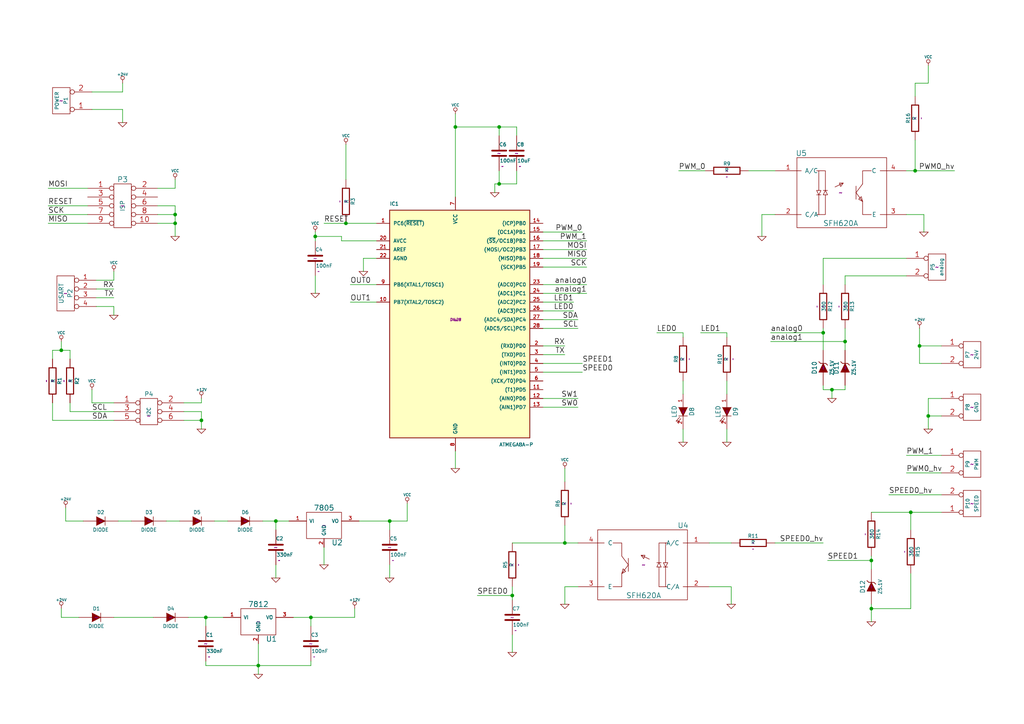
<source format=kicad_sch>
(kicad_sch (version 20231120) (generator "eeschema") (generator_version "8.0")
  (paper "A4")
  (title_block (date "17 may 2015"))
  (junction (at 245.11 99.06))
  (junction (at 113.03 151.13))
  (junction (at 163.83 157.48))
  (junction (at 17.78 101.6))
  (junction (at 100.33 64.77))
  (junction (at 264.16 148.59))
  (junction (at 252.73 176.53))
  (junction (at 175.26 -40.64))
  (junction (at 90.17 179.07))
  (junction (at 144.78 36.83))
  (junction (at 392.43 185.42))
  (junction (at 74.93 193.04))
  (junction (at 354.33 185.42))
  (junction (at 50.8 62.23))
  (junction (at 58.42 121.92))
  (junction (at 252.73 162.56))
  (junction (at 265.43 49.53))
  (junction (at 266.7 100.33))
  (junction (at 80.01 151.13))
  (junction (at 148.59 172.72))
  (junction (at 354.33 170.18))
  (junction (at 91.44 68.58))
  (junction (at 407.67 156.21))
  (junction (at 369.57 156.21))
  (junction (at 241.3 113.03))
  (junction (at 144.78 53.34))
  (junction (at 238.76 96.52))
  (junction (at 132.08 36.83))
  (junction (at 269.24 120.65))
  (junction (at 50.8 64.77))
  (junction (at 392.43 170.18))
  (junction (at 59.69 179.07))
  (wire (pts (xy 93.98 163.83) (xy 93.98 158.75)))
  (wire (pts (xy 191.77 -38.1) (xy 201.93 -38.1)))
  (wire (pts (xy 354.33 185.42) (xy 354.33 187.96)))
  (wire (pts (xy 53.34 116.84) (xy 58.42 116.84)))
  (wire (pts (xy 407.67 156.21) (xy 392.43 156.21)))
  (wire (pts (xy 261.62 -6.35) (xy 271.78 -6.35)))
  (wire (pts (xy 105.41 74.93) (xy 105.41 78.74)))
  (wire (pts (xy 163.83 100.33) (xy 157.48 100.33)))
  (wire (pts (xy 143.51 53.34) (xy 143.51 55.88)))
  (wire (pts (xy 177.8 -22.86) (xy 177.8 -27.94)))
  (wire (pts (xy 26.67 113.03) (xy 26.67 116.84)))
  (wire (pts (xy 157.48 115.57) (xy 167.64 115.57)))
  (wire (pts (xy 45.72 64.77) (xy 50.8 64.77)))
  (wire (pts (xy 269.24 24.13) (xy 265.43 24.13)))
  (wire (pts (xy 170.18 82.55) (xy 157.48 82.55)))
  (wire (pts (xy 109.22 74.93) (xy 105.41 74.93)))
  (wire (pts (xy 143.51 53.34) (xy 144.78 53.34)))
  (wire (pts (xy 392.43 185.42) (xy 392.43 187.96)))
  (wire (pts (xy 91.44 80.01) (xy 91.44 85.09)))
  (wire (pts (xy 163.83 135.89) (xy 163.83 139.7)))
  (wire (pts (xy 219.71 -40.64) (xy 229.87 -40.64)))
  (wire (pts (xy 59.69 193.04) (xy 74.93 193.04)))
  (wire (pts (xy 262.89 49.53) (xy 265.43 49.53)))
  (wire (pts (xy 229.87 -35.56) (xy 227.33 -35.56)))
  (wire (pts (xy 19.05 147.32) (xy 19.05 151.13)))
  (wire (pts (xy 245.11 113.03) (xy 245.11 111.76)))
  (wire (pts (xy 177.8 -27.94) (xy 172.72 -27.94)))
  (wire (pts (xy 90.17 193.04) (xy 90.17 191.77)))
  (wire (pts (xy 265.43 24.13) (xy 265.43 27.94)))
  (wire (pts (xy 238.76 96.52) (xy 238.76 101.6)))
  (wire (pts (xy 392.43 182.88) (xy 392.43 185.42)))
  (wire (pts (xy 74.93 193.04) (xy 90.17 193.04)))
  (wire (pts (xy 407.67 172.72) (xy 407.67 185.42)))
  (wire (pts (xy 273.05 120.65) (xy 269.24 120.65)))
  (wire (pts (xy 118.11 151.13) (xy 118.11 146.05)))
  (wire (pts (xy 369.57 148.59) (xy 369.57 156.21)))
  (wire (pts (xy 99.06 69.85) (xy 109.22 69.85)))
  (wire (pts (xy 157.48 105.41) (xy 168.91 105.41)))
  (wire (pts (xy 168.91 67.31) (xy 157.48 67.31)))
  (wire (pts (xy 252.73 176.53) (xy 252.73 180.34)))
  (wire (pts (xy 50.8 62.23) (xy 50.8 64.77)))
  (wire (pts (xy 170.18 72.39) (xy 157.48 72.39)))
  (wire (pts (xy 90.17 181.61) (xy 90.17 179.07)))
  (wire (pts (xy 15.24 116.84) (xy 15.24 121.92)))
  (wire (pts (xy 74.93 193.04) (xy 74.93 195.58)))
  (wire (pts (xy 264.16 176.53) (xy 264.16 166.37)))
  (wire (pts (xy 80.01 153.67) (xy 80.01 151.13)))
  (wire (pts (xy 54.61 179.07) (xy 59.69 179.07)))
  (wire (pts (xy 379.73 148.59) (xy 379.73 146.05)))
  (wire (pts (xy 224.79 49.53) (xy 217.17 49.53)))
  (wire (pts (xy 130.81 -27.94) (xy 134.62 -27.94)))
  (wire (pts (xy 245.11 80.01) (xy 262.89 80.01)))
  (wire (pts (xy 74.93 186.69) (xy 74.93 193.04)))
  (wire (pts (xy 134.62 -40.64) (xy 127 -40.64)))
  (wire (pts (xy 392.43 170.18) (xy 392.43 168.91)))
  (wire (pts (xy 167.64 118.11) (xy 157.48 118.11)))
  (wire (pts (xy 80.01 151.13) (xy 76.2 151.13)))
  (wire (pts (xy 407.67 156.21) (xy 407.67 160.02)))
  (wire (pts (xy 35.56 35.56) (xy 35.56 31.75)))
  (wire (pts (xy 266.7 105.41) (xy 273.05 105.41)))
  (wire (pts (xy 167.64 95.25) (xy 157.48 95.25)))
  (wire (pts (xy 163.83 170.18) (xy 167.64 170.18)))
  (wire (pts (xy 149.86 36.83) (xy 149.86 39.37)))
  (wire (pts (xy 354.33 170.18) (xy 354.33 168.91)))
  (wire (pts (xy 66.04 151.13) (xy 62.23 151.13)))
  (wire (pts (xy 33.02 81.28) (xy 33.02 78.74)))
  (wire (pts (xy 252.73 176.53) (xy 264.16 176.53)))
  (wire (pts (xy 35.56 31.75) (xy 26.67 31.75)))
  (wire (pts (xy 223.52 99.06) (xy 245.11 99.06)))
  (wire (pts (xy 252.73 148.59) (xy 264.16 148.59)))
  (wire (pts (xy 113.03 167.64) (xy 113.03 163.83)))
  (wire (pts (xy 33.02 91.44) (xy 33.02 88.9)))
  (wire (pts (xy 106.68 -40.64) (xy 114.3 -40.64)))
  (wire (pts (xy 148.59 184.15) (xy 148.59 189.23)))
  (wire (pts (xy 99.06 68.58) (xy 99.06 69.85)))
  (wire (pts (xy 35.56 26.67) (xy 35.56 24.13)))
  (wire (pts (xy 50.8 54.61) (xy 50.8 52.07)))
  (wire (pts (xy 238.76 113.03) (xy 241.3 113.03)))
  (wire (pts (xy 269.24 120.65) (xy 269.24 124.46)))
  (wire (pts (xy 149.86 53.34) (xy 149.86 49.53)))
  (wire (pts (xy 38.1 151.13) (xy 34.29 151.13)))
  (wire (pts (xy 20.32 116.84) (xy 20.32 119.38)))
  (wire (pts (xy 15.24 101.6) (xy 17.78 101.6)))
  (wire (pts (xy 33.02 179.07) (xy 44.45 179.07)))
  (wire (pts (xy 91.44 68.58) (xy 91.44 69.85)))
  (wire (pts (xy 212.09 170.18) (xy 212.09 175.26)))
  (wire (pts (xy 238.76 74.93) (xy 238.76 82.55)))
  (wire (pts (xy 267.97 62.23) (xy 262.89 62.23)))
  (wire (pts (xy 369.57 156.21) (xy 369.57 160.02)))
  (wire (pts (xy 264.16 153.67) (xy 264.16 148.59)))
  (wire (pts (xy 45.72 54.61) (xy 50.8 54.61)))
  (wire (pts (xy 369.57 172.72) (xy 369.57 185.42)))
  (wire (pts (xy 138.43 172.72) (xy 148.59 172.72)))
  (wire (pts (xy 379.73 170.18) (xy 392.43 170.18)))
  (wire (pts (xy 205.74 157.48) (xy 212.09 157.48)))
  (wire (pts (xy 267.97 67.31) (xy 267.97 62.23)))
  (wire (pts (xy 199.39 -35.56) (xy 199.39 -30.48)))
  (wire (pts (xy 265.43 49.53) (xy 265.43 40.64)))
  (wire (pts (xy 269.24 19.05) (xy 269.24 24.13)))
  (wire (pts (xy 163.83 175.26) (xy 163.83 170.18)))
  (wire (pts (xy 144.78 39.37) (xy 144.78 36.83)))
  (wire (pts (xy 85.09 179.07) (xy 90.17 179.07)))
  (wire (pts (xy 210.82 96.52) (xy 210.82 97.79)))
  (wire (pts (xy 17.78 179.07) (xy 22.86 179.07)))
  (wire (pts (xy 265.43 49.53) (xy 276.86 49.53)))
  (wire (pts (xy 91.44 68.58) (xy 99.06 68.58)))
  (wire (pts (xy 168.91 107.95) (xy 157.48 107.95)))
  (wire (pts (xy 58.42 121.92) (xy 53.34 121.92)))
  (wire (pts (xy 157.48 92.71) (xy 167.64 92.71)))
  (wire (pts (xy 241.3 113.03) (xy 241.3 115.57)))
  (wire (pts (xy 26.67 26.67) (xy 35.56 26.67)))
  (wire (pts (xy 102.87 179.07) (xy 102.87 176.53)))
  (wire (pts (xy 157.48 87.63) (xy 166.37 87.63)))
  (wire (pts (xy 157.48 85.09) (xy 170.18 85.09)))
  (wire (pts (xy 227.33 -35.56) (xy 227.33 -30.48)))
  (wire (pts (xy 130.81 -21.59) (xy 130.81 -27.94)))
  (wire (pts (xy 58.42 119.38) (xy 58.42 121.92)))
  (wire (pts (xy 132.08 130.81) (xy 132.08 135.89)))
  (wire (pts (xy 369.57 156.21) (xy 354.33 156.21)))
  (wire (pts (xy 266.7 95.25) (xy 266.7 100.33)))
  (wire (pts (xy 50.8 64.77) (xy 50.8 68.58)))
  (wire (pts (xy 262.89 137.16) (xy 273.05 137.16)))
  (wire (pts (xy 261.62 -11.43) (xy 271.78 -11.43)))
  (wire (pts (xy 369.57 185.42) (xy 354.33 185.42)))
  (wire (pts (xy 201.93 -35.56) (xy 199.39 -35.56)))
  (wire (pts (xy 93.98 64.77) (xy 100.33 64.77)))
  (wire (pts (xy 13.97 54.61) (xy 25.4 54.61)))
  (wire (pts (xy 198.12 96.52) (xy 198.12 97.79)))
  (wire (pts (xy 179.07 -66.04) (xy 175.26 -66.04)))
  (wire (pts (xy 245.11 80.01) (xy 245.11 82.55)))
  (wire (pts (xy 190.5 96.52) (xy 198.12 96.52)))
  (wire (pts (xy 15.24 104.14) (xy 15.24 101.6)))
  (wire (pts (xy 101.6 82.55) (xy 109.22 82.55)))
  (wire (pts (xy 148.59 172.72) (xy 148.59 173.99)))
  (wire (pts (xy 27.94 81.28) (xy 33.02 81.28)))
  (wire (pts (xy 273.05 115.57) (xy 269.24 115.57)))
  (wire (pts (xy 100.33 64.77) (xy 109.22 64.77)))
  (wire (pts (xy 132.08 33.02) (xy 132.08 36.83)))
  (wire (pts (xy 59.69 179.07) (xy 64.77 179.07)))
  (wire (pts (xy 198.12 110.49) (xy 198.12 114.3)))
  (wire (pts (xy 17.78 176.53) (xy 17.78 179.07)))
  (wire (pts (xy 19.05 151.13) (xy 24.13 151.13)))
  (wire (pts (xy 210.82 110.49) (xy 210.82 114.3)))
  (wire (pts (xy 384.81 148.59) (xy 407.67 148.59)))
  (wire (pts (xy 273.05 143.51) (xy 257.81 143.51)))
  (wire (pts (xy 238.76 111.76) (xy 238.76 113.03)))
  (wire (pts (xy 15.24 121.92) (xy 33.02 121.92)))
  (wire (pts (xy 175.26 -40.64) (xy 175.26 -49.53)))
  (wire (pts (xy 33.02 86.36) (xy 27.94 86.36)))
  (wire (pts (xy 238.76 74.93) (xy 262.89 74.93)))
  (wire (pts (xy 369.57 148.59) (xy 379.73 148.59)))
  (wire (pts (xy 240.03 162.56) (xy 252.73 162.56)))
  (wire (pts (xy 148.59 170.18) (xy 148.59 172.72)))
  (wire (pts (xy 157.48 74.93) (xy 170.18 74.93)))
  (wire (pts (xy 245.11 95.25) (xy 245.11 99.06)))
  (wire (pts (xy 220.98 68.58) (xy 220.98 62.23)))
  (wire (pts (xy 104.14 151.13) (xy 113.03 151.13)))
  (wire (pts (xy 109.22 87.63) (xy 101.6 87.63)))
  (wire (pts (xy 203.2 96.52) (xy 210.82 96.52)))
  (wire (pts (xy 80.01 167.64) (xy 80.01 163.83)))
  (wire (pts (xy 172.72 -40.64) (xy 175.26 -40.64)))
  (wire (pts (xy 179.07 -71.12) (xy 179.07 -66.04)))
  (wire (pts (xy 13.97 62.23) (xy 25.4 62.23)))
  (wire (pts (xy 25.4 64.77) (xy 13.97 64.77)))
  (wire (pts (xy 113.03 151.13) (xy 118.11 151.13)))
  (wire (pts (xy 157.48 69.85) (xy 170.18 69.85)))
  (wire (pts (xy 163.83 157.48) (xy 167.64 157.48)))
  (wire (pts (xy 163.83 152.4) (xy 163.83 157.48)))
  (wire (pts (xy 144.78 53.34) (xy 149.86 53.34)))
  (wire (pts (xy 219.71 -38.1) (xy 229.87 -38.1)))
  (wire (pts (xy 45.72 62.23) (xy 50.8 62.23)))
  (wire (pts (xy 170.18 77.47) (xy 157.48 77.47)))
  (wire (pts (xy 132.08 36.83) (xy 132.08 57.15)))
  (wire (pts (xy 252.73 175.26) (xy 252.73 176.53)))
  (wire (pts (xy 205.74 170.18) (xy 212.09 170.18)))
  (wire (pts (xy 241.3 113.03) (xy 245.11 113.03)))
  (wire (pts (xy 238.76 95.25) (xy 238.76 96.52)))
  (wire (pts (xy 17.78 101.6) (xy 20.32 101.6)))
  (wire (pts (xy 132.08 36.83) (xy 144.78 36.83)))
  (wire (pts (xy 53.34 119.38) (xy 58.42 119.38)))
  (wire (pts (xy 33.02 88.9) (xy 27.94 88.9)))
  (wire (pts (xy 266.7 100.33) (xy 273.05 100.33)))
  (wire (pts (xy 384.81 146.05) (xy 384.81 148.59)))
  (wire (pts (xy 26.67 116.84) (xy 33.02 116.84)))
  (wire (pts (xy 83.82 151.13) (xy 80.01 151.13)))
  (wire (pts (xy 354.33 172.72) (xy 354.33 170.18)))
  (wire (pts (xy 90.17 179.07) (xy 102.87 179.07)))
  (wire (pts (xy 50.8 59.69) (xy 50.8 62.23)))
  (wire (pts (xy 59.69 191.77) (xy 59.69 193.04)))
  (wire (pts (xy 58.42 116.84) (xy 58.42 115.57)))
  (wire (pts (xy 266.7 100.33) (xy 266.7 105.41)))
  (wire (pts (xy 20.32 101.6) (xy 20.32 104.14)))
  (wire (pts (xy 52.07 151.13) (xy 48.26 151.13)))
  (wire (pts (xy 220.98 62.23) (xy 224.79 62.23)))
  (wire (pts (xy 59.69 179.07) (xy 59.69 181.61)))
  (wire (pts (xy 198.12 124.46) (xy 198.12 128.27)))
  (wire (pts (xy 58.42 121.92) (xy 58.42 124.46)))
  (wire (pts (xy 341.63 170.18) (xy 354.33 170.18)))
  (wire (pts (xy 269.24 115.57) (xy 269.24 120.65)))
  (wire (pts (xy 148.59 157.48) (xy 163.83 157.48)))
  (wire (pts (xy 91.44 67.31) (xy 91.44 68.58)))
  (wire (pts (xy 245.11 99.06) (xy 245.11 101.6)))
  (wire (pts (xy 210.82 124.46) (xy 210.82 128.27)))
  (wire (pts (xy 223.52 96.52) (xy 238.76 96.52)))
  (wire (pts (xy 224.79 157.48) (xy 238.76 157.48)))
  (wire (pts (xy 407.67 148.59) (xy 407.67 156.21)))
  (wire (pts (xy 354.33 182.88) (xy 354.33 185.42)))
  (wire (pts (xy 175.26 -66.04) (xy 175.26 -62.23)))
  (wire (pts (xy 175.26 -40.64) (xy 201.93 -40.64)))
  (wire (pts (xy 27.94 83.82) (xy 33.02 83.82)))
  (wire (pts (xy 407.67 185.42) (xy 392.43 185.42)))
  (wire (pts (xy 252.73 165.1) (xy 252.73 162.56)))
  (wire (pts (xy 100.33 41.91) (xy 100.33 52.07)))
  (wire (pts (xy 262.89 132.08) (xy 273.05 132.08)))
  (wire (pts (xy 166.37 90.17) (xy 157.48 90.17)))
  (wire (pts (xy 50.8 59.69) (xy 45.72 59.69)))
  (wire (pts (xy 25.4 59.69) (xy 13.97 59.69)))
  (wire (pts (xy 252.73 162.56) (xy 252.73 161.29)))
  (wire (pts (xy 113.03 153.67) (xy 113.03 151.13)))
  (wire (pts (xy 17.78 101.6) (xy 17.78 99.06)))
  (wire (pts (xy 144.78 49.53) (xy 144.78 53.34)))
  (wire (pts (xy 392.43 172.72) (xy 392.43 170.18)))
  (wire (pts (xy 264.16 148.59) (xy 273.05 148.59)))
  (wire (pts (xy 144.78 36.83) (xy 149.86 36.83)))
  (wire (pts (xy 20.32 119.38) (xy 33.02 119.38)))
  (wire (pts (xy 196.85 49.53) (xy 204.47 49.53)))
  (wire (pts (xy 157.48 102.87) (xy 163.83 102.87)))
  (label "MISO" (at 13.97 64.77 0) (effects (font (size 1.524 1.524))))
  (label "analog1" (at 170.18 85.09 180) (effects (font (size 1.524 1.524))))
  (label "OUT1_hv" (at 261.62 -6.35 0) (effects (font (size 1.524 1.524))))
  (label "LED1" (at 203.2 96.52 0) (effects (font (size 1.524 1.524))))
  (label "OUT1_hv" (at 219.71 -38.1 0) (effects (font (size 1.524 1.524))))
  (label "analog0" (at 170.18 82.55 180) (effects (font (size 1.524 1.524))))
  (label "SCL" (at 26.67 119.38 0) (effects (font (size 1.524 1.524))))
  (label "PWM_1" (at 170.18 69.85 180) (effects (font (size 1.524 1.524))))
  (label "OUT0" (at 106.68 -40.64 0) (effects (font (size 1.524 1.524))))
  (label "SPEED0_hv" (at 257.81 143.51 0) (effects (font (size 1.524 1.524))))
  (label "SW1" (at 167.64 115.57 180) (effects (font (size 1.524 1.524))))
  (label "LED0" (at 190.5 96.52 0) (effects (font (size 1.524 1.524))))
  (label "PWM_0" (at 196.85 49.53 0) (effects (font (size 1.524 1.524))))
  (label "TX" (at 33.02 86.36 180) (effects (font (size 1.524 1.524))))
  (label "LED0" (at 166.37 90.17 180) (effects (font (size 1.524 1.524))))
  (label "analog0" (at 223.52 96.52 0) (effects (font (size 1.524 1.524))))
  (label "RESET" (at 93.98 64.77 0) (effects (font (size 1.524 1.524))))
  (label "SPEED0_hv" (at 238.76 157.48 180) (effects (font (size 1.524 1.524))))
  (label "OUT0_hv" (at 191.77 -38.1 0) (effects (font (size 1.524 1.524))))
  (label "PWM0_hv" (at 276.86 49.53 180) (effects (font (size 1.524 1.524))))
  (label "SCL" (at 167.64 95.25 180) (effects (font (size 1.524 1.524))))
  (label "SW0" (at 341.63 170.18 0) (effects (font (size 1.524 1.524))))
  (label "SCK" (at 13.97 62.23 0) (effects (font (size 1.524 1.524))))
  (label "RX" (at 163.83 100.33 180) (effects (font (size 1.524 1.524))))
  (label "OUT0_hv" (at 261.62 -11.43 0) (effects (font (size 1.524 1.524))))
  (label "PWM_0" (at 168.91 67.31 180) (effects (font (size 1.524 1.524))))
  (label "LED1" (at 166.37 87.63 180) (effects (font (size 1.524 1.524))))
  (label "MOSI" (at 170.18 72.39 180) (effects (font (size 1.524 1.524))))
  (label "MOSI" (at 13.97 54.61 0) (effects (font (size 1.524 1.524))))
  (label "MISO" (at 170.18 74.93 180) (effects (font (size 1.524 1.524))))
  (label "PWM_1" (at 262.89 132.08 0) (effects (font (size 1.524 1.524))))
  (label "OUT1" (at 101.6 87.63 0) (effects (font (size 1.524 1.524))))
  (label "TX" (at 163.83 102.87 180) (effects (font (size 1.524 1.524))))
  (label "SDA" (at 167.64 92.71 180) (effects (font (size 1.524 1.524))))
  (label "OUT0" (at 101.6 82.55 0) (effects (font (size 1.524 1.524))))
  (label "SCK" (at 170.18 77.47 180) (effects (font (size 1.524 1.524))))
  (label "PWM0_hv" (at 262.89 137.16 0) (effects (font (size 1.524 1.524))))
  (label "SDA" (at 26.67 121.92 0) (effects (font (size 1.524 1.524))))
  (label "SPEED0" (at 138.43 172.72 0) (effects (font (size 1.524 1.524))))
  (label "SW0" (at 167.64 118.11 180) (effects (font (size 1.524 1.524))))
  (label "SW1" (at 379.73 170.18 0) (effects (font (size 1.524 1.524))))
  (label "SPEED1" (at 240.03 162.56 0) (effects (font (size 1.524 1.524))))
  (label "OUT1" (at 219.71 -40.64 0) (effects (font (size 1.524 1.524))))
  (label "analog1" (at 223.52 99.06 0) (effects (font (size 1.524 1.524))))
  (label "SPEED1" (at 168.91 105.41 0) (effects (font (size 1.524 1.524))))
  (label "RX" (at 33.02 83.82 180) (effects (font (size 1.524 1.524))))
  (label "SPEED0" (at 168.91 107.95 0) (effects (font (size 1.524 1.524))))
  (label "RESET" (at 13.97 59.69 0) (effects (font (size 1.524 1.524))))
  (symbol (lib_name "control-rescue:ATMEGA8A-P") (lib_id "control-rescue:ATMEGA8A-P") (at 132.08 92.71 0) (unit 1)
    (property "Reference" "IC1" (at 113.03 59.69 0) (effects (font (size 1.016 1.016)) (justify left bottom)))
    (property "Value" "ATMEGA8A-P" (at 144.78 129.54 0) (effects (font (size 1.016 1.016)) (justify left bottom)))
    (property "Footprint" "DIL28" (at 132.08 92.71 0) (effects (font (size 0.762 0.762) (italic yes))))
    (property "Datasheet" "~" (at 132.08 92.71 0) (effects (font (size 1.524 1.524))))
  )
  (symbol (lib_name "control-rescue:R") (lib_id "control-rescue:R") (at 100.33 58.42 0) (unit 1)
    (property "Reference" "R3" (at 102.362 58.42 90) (effects (font (size 1.016 1.016))))
    (property "Value" "R" (at 100.5078 58.3946 90) (effects (font (size 1.016 1.016))))
    (property "Footprint" "~" (at 98.552 58.42 90) (effects (font (size 0.762 0.762))))
    (property "Datasheet" "~" (at 100.33 58.42 0) (effects (font (size 0.762 0.762))))
  )
  (symbol (lib_name "control-rescue:C") (lib_id "control-rescue:C") (at 144.78 44.45 0) (unit 1)
    (property "Reference" "C6" (at 144.78 41.91 0) (effects (font (size 1.016 1.016)) (justify left)))
    (property "Value" "100nF" (at 144.9324 46.609 0) (effects (font (size 1.016 1.016)) (justify left)))
    (property "Footprint" "~" (at 145.7452 48.26 0) (effects (font (size 0.762 0.762))))
    (property "Datasheet" "~" (at 144.78 44.45 0) (effects (font (size 1.524 1.524))))
  )
  (symbol (lib_name "control-rescue:C") (lib_id "control-rescue:C") (at 149.86 44.45 0) (unit 1)
    (property "Reference" "C8" (at 149.86 41.91 0) (effects (font (size 1.016 1.016)) (justify left)))
    (property "Value" "10uF" (at 150.0124 46.609 0) (effects (font (size 1.016 1.016)) (justify left)))
    (property "Footprint" "~" (at 150.8252 48.26 0) (effects (font (size 0.762 0.762))))
    (property "Datasheet" "~" (at 149.86 44.45 0) (effects (font (size 1.524 1.524))))
  )
  (symbol (lib_name "control-rescue:VCC") (lib_id "control-rescue:VCC") (at 132.08 33.02 0) (unit 1)
    (property "Reference" "#PWR01" (effects (hide yes)))
    (property "Value" "VCC" (at 132.08 30.48 0) (effects (font (size 0.762 0.762))))
  )
  (symbol (lib_name "control-rescue:VCC") (lib_id "control-rescue:VCC") (at 100.33 41.91 0) (unit 1)
    (property "Reference" "#PWR02" (effects (hide yes)))
    (property "Value" "VCC" (at 100.33 39.37 0) (effects (font (size 0.762 0.762))))
  )
  (symbol (lib_name "control-rescue:C") (lib_id "control-rescue:C") (at 91.44 74.93 0) (unit 1)
    (property "Reference" "C4" (at 91.44 72.39 0) (effects (font (size 1.016 1.016)) (justify left)))
    (property "Value" "100nF" (at 91.5924 77.089 0) (effects (font (size 1.016 1.016)) (justify left)))
    (property "Footprint" "~" (at 92.4052 78.74 0) (effects (font (size 0.762 0.762))))
    (property "Datasheet" "~" (at 91.44 74.93 0) (effects (font (size 1.524 1.524))))
  )
  (symbol (lib_name "control-rescue:VCC") (lib_id "control-rescue:VCC") (at 91.44 67.31 0) (unit 1)
    (property "Reference" "#PWR03" (effects (hide yes)))
    (property "Value" "VCC" (at 91.44 64.77 0) (effects (font (size 0.762 0.762))))
  )
  (symbol (lib_name "control-rescue:GND") (lib_id "control-rescue:GND") (at 91.44 85.09 0) (unit 1)
    (property "Reference" "#PWR04" (effects (hide yes)))
    (property "Value" "GND" (effects (hide yes)))
  )
  (symbol (lib_name "control-rescue:GND") (lib_id "control-rescue:GND") (at 132.08 135.89 0) (unit 1)
    (property "Reference" "#PWR05" (effects (hide yes)))
    (property "Value" "GND" (effects (hide yes)))
  )
  (symbol (lib_name "control-rescue:GND") (lib_id "control-rescue:GND") (at 105.41 78.74 0) (unit 1)
    (property "Reference" "#PWR06" (effects (hide yes)))
    (property "Value" "GND" (effects (hide yes)))
  )
  (symbol (lib_name "control-rescue:GND") (lib_id "control-rescue:GND") (at 143.51 55.88 0) (unit 1)
    (property "Reference" "#PWR07" (effects (hide yes)))
    (property "Value" "GND" (effects (hide yes)))
  )
  (symbol (lib_name "control-rescue:SFH620A") (lib_id "control-rescue:SFH620A") (at 243.84 55.88 0) (unit 1)
    (property "Reference" "U5" (at 232.41 44.45 0) (effects (font (size 1.524 1.524))))
    (property "Value" "SFH620A" (at 243.84 64.77 0) (effects (font (size 1.524 1.524))))
    (property "Footprint" "~" (at 243.84 55.88 0) (effects (font (size 1.524 1.524))))
    (property "Datasheet" "~" (at 243.84 55.88 0) (effects (font (size 1.524 1.524))))
  )
  (symbol (lib_name "control-rescue:R") (lib_id "control-rescue:R") (at 210.82 49.53 90) (unit 1)
    (property "Reference" "R9" (at 210.82 47.498 90) (effects (font (size 1.016 1.016))))
    (property "Value" "R" (at 210.7946 49.3522 90) (effects (font (size 1.016 1.016))))
    (property "Footprint" "~" (at 210.82 51.308 90) (effects (font (size 0.762 0.762))))
    (property "Datasheet" "~" (at 210.82 49.53 0) (effects (font (size 0.762 0.762))))
  )
  (symbol (lib_name "control-rescue:R") (lib_id "control-rescue:R") (at 265.43 34.29 180) (unit 1)
    (property "Reference" "R16" (at 263.398 34.29 90) (effects (font (size 1.016 1.016))))
    (property "Value" "R" (at 265.2522 34.3154 90) (effects (font (size 1.016 1.016))))
    (property "Footprint" "~" (at 267.208 34.29 90) (effects (font (size 0.762 0.762))))
    (property "Datasheet" "~" (at 265.43 34.29 0) (effects (font (size 0.762 0.762))))
  )
  (symbol (lib_name "control-rescue:VCC") (lib_id "control-rescue:VCC") (at 269.24 19.05 0) (unit 1)
    (property "Reference" "#PWR08" (effects (hide yes)))
    (property "Value" "VCC" (at 269.24 16.51 0) (effects (font (size 0.762 0.762))))
  )
  (symbol (lib_name "control-rescue:GND") (lib_id "control-rescue:GND") (at 267.97 67.31 0) (unit 1)
    (property "Reference" "#PWR09" (effects (hide yes)))
    (property "Value" "GND" (effects (hide yes)))
  )
  (symbol (lib_name "control-rescue:GND") (lib_id "control-rescue:GND") (at 220.98 68.58 0) (unit 1)
    (property "Reference" "#PWR010" (effects (hide yes)))
    (property "Value" "GND" (effects (hide yes)))
  )
  (symbol (lib_name "control-rescue:CONN_5X2") (lib_id "control-rescue:CONN_5X2") (at 35.56 59.69 0) (unit 1)
    (property "Reference" "P3" (at 35.56 52.07 0) (effects (font (size 1.524 1.524))))
    (property "Value" "ISP" (at 35.56 59.69 90))
    (property "Footprint" "~" (at 35.56 59.69 0) (effects (font (size 1.524 1.524))))
    (property "Datasheet" "~" (at 35.56 59.69 0) (effects (font (size 1.524 1.524))))
  )
  (symbol (lib_name "control-rescue:VCC") (lib_id "control-rescue:VCC") (at 50.8 52.07 0) (unit 1)
    (property "Reference" "#PWR011" (effects (hide yes)))
    (property "Value" "VCC" (at 50.8 49.53 0) (effects (font (size 0.762 0.762))))
  )
  (symbol (lib_name "control-rescue:GND") (lib_id "control-rescue:GND") (at 50.8 68.58 0) (unit 1)
    (property "Reference" "#PWR012" (effects (hide yes)))
    (property "Value" "GND" (effects (hide yes)))
  )
  (symbol (lib_name "control-rescue:CONN_4") (lib_id "control-rescue:CONN_4") (at 19.05 85.09 0) (mirror y) (unit 1)
    (property "Reference" "P2" (at 20.32 85.09 90))
    (property "Value" "USART" (at 17.78 85.09 90))
    (property "Footprint" "~" (at 19.05 85.09 0) (effects (font (size 1.524 1.524))))
    (property "Datasheet" "~" (at 19.05 85.09 0) (effects (font (size 1.524 1.524))))
  )
  (symbol (lib_name "control-rescue:VCC") (lib_id "control-rescue:VCC") (at 33.02 78.74 0) (unit 1)
    (property "Reference" "#PWR013" (effects (hide yes)))
    (property "Value" "VCC" (at 33.02 76.2 0) (effects (font (size 0.762 0.762))))
  )
  (symbol (lib_name "control-rescue:GND") (lib_id "control-rescue:GND") (at 33.02 91.44 0) (unit 1)
    (property "Reference" "#PWR014" (effects (hide yes)))
    (property "Value" "GND" (effects (hide yes)))
  )
  (symbol (lib_name "control-rescue:DIODE") (lib_id "control-rescue:DIODE") (at 71.12 151.13 0) (unit 1)
    (property "Reference" "D6" (at 71.12 148.59 0) (effects (font (size 1.016 1.016))))
    (property "Value" "DIODE" (at 71.12 153.67 0) (effects (font (size 1.016 1.016))))
    (property "Footprint" "~" (at 71.12 151.13 0) (effects (font (size 1.524 1.524))))
    (property "Datasheet" "~" (at 71.12 151.13 0) (effects (font (size 1.524 1.524))))
  )
  (symbol (lib_name "control-rescue:DIODE") (lib_id "control-rescue:DIODE") (at 57.15 151.13 0) (unit 1)
    (property "Reference" "D5" (at 57.15 148.59 0) (effects (font (size 1.016 1.016))))
    (property "Value" "DIODE" (at 57.15 153.67 0) (effects (font (size 1.016 1.016))))
    (property "Footprint" "~" (at 57.15 151.13 0) (effects (font (size 1.524 1.524))))
    (property "Datasheet" "~" (at 57.15 151.13 0) (effects (font (size 1.524 1.524))))
  )
  (symbol (lib_name "control-rescue:DIODE") (lib_id "control-rescue:DIODE") (at 43.18 151.13 0) (unit 1)
    (property "Reference" "D3" (at 43.18 148.59 0) (effects (font (size 1.016 1.016))))
    (property "Value" "DIODE" (at 43.18 153.67 0) (effects (font (size 1.016 1.016))))
    (property "Footprint" "~" (at 43.18 151.13 0) (effects (font (size 1.524 1.524))))
    (property "Datasheet" "~" (at 43.18 151.13 0) (effects (font (size 1.524 1.524))))
  )
  (symbol (lib_name "control-rescue:DIODE") (lib_id "control-rescue:DIODE") (at 29.21 151.13 0) (unit 1)
    (property "Reference" "D2" (at 29.21 148.59 0) (effects (font (size 1.016 1.016))))
    (property "Value" "DIODE" (at 29.21 153.67 0) (effects (font (size 1.016 1.016))))
    (property "Footprint" "~" (at 29.21 151.13 0) (effects (font (size 1.524 1.524))))
    (property "Datasheet" "~" (at 29.21 151.13 0) (effects (font (size 1.524 1.524))))
  )
  (symbol (lib_name "control-rescue:GND") (lib_id "control-rescue:GND") (at 93.98 163.83 0) (unit 1)
    (property "Reference" "#PWR015" (effects (hide yes)))
    (property "Value" "GND" (effects (hide yes)))
  )
  (symbol (lib_name "control-rescue:VCC") (lib_id "control-rescue:VCC") (at 118.11 146.05 0) (unit 1)
    (property "Reference" "#PWR016" (effects (hide yes)))
    (property "Value" "VCC" (at 118.11 143.51 0) (effects (font (size 0.762 0.762))))
  )
  (symbol (lib_name "control-rescue:C") (lib_id "control-rescue:C") (at 113.03 158.75 0) (unit 1)
    (property "Reference" "C5" (at 113.03 156.21 0) (effects (font (size 1.016 1.016)) (justify left)))
    (property "Value" "100nF" (at 113.1824 160.909 0) (effects (font (size 1.016 1.016)) (justify left)))
    (property "Footprint" "~" (at 113.9952 162.56 0) (effects (font (size 0.762 0.762))))
    (property "Datasheet" "~" (at 113.03 158.75 0) (effects (font (size 1.524 1.524))))
  )
  (symbol (lib_name "control-rescue:C") (lib_id "control-rescue:C") (at 80.01 158.75 0) (unit 1)
    (property "Reference" "C2" (at 80.01 156.21 0) (effects (font (size 1.016 1.016)) (justify left)))
    (property "Value" "330nF" (at 80.1624 160.909 0) (effects (font (size 1.016 1.016)) (justify left)))
    (property "Footprint" "~" (at 80.9752 162.56 0) (effects (font (size 0.762 0.762))))
    (property "Datasheet" "~" (at 80.01 158.75 0) (effects (font (size 1.524 1.524))))
  )
  (symbol (lib_name "control-rescue:GND") (lib_id "control-rescue:GND") (at 80.01 167.64 0) (unit 1)
    (property "Reference" "#PWR017" (effects (hide yes)))
    (property "Value" "GND" (effects (hide yes)))
  )
  (symbol (lib_name "control-rescue:GND") (lib_id "control-rescue:GND") (at 113.03 167.64 0) (unit 1)
    (property "Reference" "#PWR018" (effects (hide yes)))
    (property "Value" "GND" (effects (hide yes)))
  )
  (symbol (lib_name "control-rescue:+24V") (lib_id "control-rescue:+24V") (at 19.05 147.32 0) (unit 1)
    (property "Reference" "#PWR019" (effects (hide yes)))
    (property "Value" "+24V" (at 19.05 144.78 0) (effects (font (size 0.762 0.762))))
  )
  (symbol (lib_name "control-rescue:CONN_2") (lib_id "control-rescue:CONN_2") (at 17.78 29.21 180) (unit 1)
    (property "Reference" "P1" (at 19.05 29.21 90) (effects (font (size 1.016 1.016))))
    (property "Value" "POWER" (at 16.51 29.21 90) (effects (font (size 1.016 1.016))))
    (property "Footprint" "~" (at 17.78 29.21 0) (effects (font (size 1.524 1.524))))
    (property "Datasheet" "~" (at 17.78 29.21 0) (effects (font (size 1.524 1.524))))
  )
  (symbol (lib_name "control-rescue:+24V") (lib_id "control-rescue:+24V") (at 35.56 24.13 0) (unit 1)
    (property "Reference" "#PWR020" (effects (hide yes)))
    (property "Value" "+24V" (at 35.56 21.59 0) (effects (font (size 0.762 0.762))))
  )
  (symbol (lib_name "control-rescue:GND") (lib_id "control-rescue:GND") (at 35.56 35.56 0) (unit 1)
    (property "Reference" "#PWR021" (effects (hide yes)))
    (property "Value" "GND" (effects (hide yes)))
  )
  (symbol (lib_name "control-rescue:CONN_3X2") (lib_id "control-rescue:CONN_3X2") (at 43.18 120.65 0) (unit 1)
    (property "Reference" "P4" (at 43.18 114.3 0))
    (property "Value" "I2C" (at 43.18 119.38 90) (effects (font (size 1.016 1.016))))
    (property "Footprint" "~" (at 43.18 120.65 0) (effects (font (size 1.524 1.524))))
    (property "Datasheet" "~" (at 43.18 120.65 0) (effects (font (size 1.524 1.524))))
  )
  (symbol (lib_name "control-rescue:GND") (lib_id "control-rescue:GND") (at 58.42 124.46 0) (unit 1)
    (property "Reference" "#PWR022" (effects (hide yes)))
    (property "Value" "GND" (effects (hide yes)))
  )
  (symbol (lib_name "control-rescue:DIODE") (lib_id "control-rescue:DIODE") (at 49.53 179.07 0) (unit 1)
    (property "Reference" "D4" (at 49.53 176.53 0) (effects (font (size 1.016 1.016))))
    (property "Value" "DIODE" (at 49.53 181.61 0) (effects (font (size 1.016 1.016))))
    (property "Footprint" "~" (at 49.53 179.07 0) (effects (font (size 1.524 1.524))))
    (property "Datasheet" "~" (at 49.53 179.07 0) (effects (font (size 1.524 1.524))))
  )
  (symbol (lib_name "control-rescue:DIODE") (lib_id "control-rescue:DIODE") (at 27.94 179.07 0) (unit 1)
    (property "Reference" "D1" (at 27.94 176.53 0) (effects (font (size 1.016 1.016))))
    (property "Value" "DIODE" (at 27.94 181.61 0) (effects (font (size 1.016 1.016))))
    (property "Footprint" "~" (at 27.94 179.07 0) (effects (font (size 1.524 1.524))))
    (property "Datasheet" "~" (at 27.94 179.07 0) (effects (font (size 1.524 1.524))))
  )
  (symbol (lib_name "control-rescue:+24V") (lib_id "control-rescue:+24V") (at 17.78 176.53 0) (unit 1)
    (property "Reference" "#PWR023" (effects (hide yes)))
    (property "Value" "+24V" (at 17.78 173.99 0) (effects (font (size 0.762 0.762))))
  )
  (symbol (lib_name "control-rescue:GND") (lib_id "control-rescue:GND") (at 74.93 195.58 0) (unit 1)
    (property "Reference" "#PWR024" (effects (hide yes)))
    (property "Value" "GND" (effects (hide yes)))
  )
  (symbol (lib_name "control-rescue:C") (lib_id "control-rescue:C") (at 59.69 186.69 0) (unit 1)
    (property "Reference" "C1" (at 59.69 184.15 0) (effects (font (size 1.016 1.016)) (justify left)))
    (property "Value" "330nF" (at 59.8424 188.849 0) (effects (font (size 1.016 1.016)) (justify left)))
    (property "Footprint" "~" (at 60.6552 190.5 0) (effects (font (size 0.762 0.762))))
    (property "Datasheet" "~" (at 59.69 186.69 0) (effects (font (size 1.524 1.524))))
  )
  (symbol (lib_name "control-rescue:C") (lib_id "control-rescue:C") (at 90.17 186.69 0) (unit 1)
    (property "Reference" "C3" (at 90.17 184.15 0) (effects (font (size 1.016 1.016)) (justify left)))
    (property "Value" "100nF" (at 90.3224 188.849 0) (effects (font (size 1.016 1.016)) (justify left)))
    (property "Footprint" "~" (at 91.1352 190.5 0) (effects (font (size 0.762 0.762))))
    (property "Datasheet" "~" (at 90.17 186.69 0) (effects (font (size 1.524 1.524))))
  )
  (symbol (lib_name "control-rescue:+12V") (lib_id "control-rescue:+12V") (at 102.87 176.53 0) (unit 1)
    (property "Reference" "#PWR025" (effects (hide yes)))
    (property "Value" "+12V" (at 102.87 173.99 0) (effects (font (size 0.762 0.762))))
  )
  (symbol (lib_name "control-rescue:+12V") (lib_id "control-rescue:+12V") (at 58.42 115.57 0) (unit 1)
    (property "Reference" "#PWR026" (effects (hide yes)))
    (property "Value" "+12V" (at 58.42 113.03 0) (effects (font (size 0.762 0.762))))
  )
  (symbol (lib_name "control-rescue:R") (lib_id "control-rescue:R") (at 20.32 110.49 0) (unit 1)
    (property "Reference" "R2" (at 22.352 110.49 90) (effects (font (size 1.016 1.016))))
    (property "Value" "R" (at 20.4978 110.4646 90) (effects (font (size 1.016 1.016))))
    (property "Footprint" "~" (at 18.542 110.49 90) (effects (font (size 0.762 0.762))))
    (property "Datasheet" "~" (at 20.32 110.49 0) (effects (font (size 0.762 0.762))))
  )
  (symbol (lib_name "control-rescue:R") (lib_id "control-rescue:R") (at 15.24 110.49 0) (unit 1)
    (property "Reference" "R1" (at 17.272 110.49 90) (effects (font (size 1.016 1.016))))
    (property "Value" "R" (at 15.4178 110.4646 90) (effects (font (size 1.016 1.016))))
    (property "Footprint" "~" (at 13.462 110.49 90) (effects (font (size 0.762 0.762))))
    (property "Datasheet" "~" (at 15.24 110.49 0) (effects (font (size 0.762 0.762))))
  )
  (symbol (lib_name "control-rescue:VCC") (lib_id "control-rescue:VCC") (at 26.67 113.03 0) (unit 1)
    (property "Reference" "#PWR027" (effects (hide yes)))
    (property "Value" "VCC" (at 26.67 110.49 0) (effects (font (size 0.762 0.762))))
  )
  (symbol (lib_name "control-rescue:VCC") (lib_id "control-rescue:VCC") (at 17.78 99.06 0) (unit 1)
    (property "Reference" "#PWR028" (effects (hide yes)))
    (property "Value" "VCC" (at 17.78 96.52 0) (effects (font (size 0.762 0.762))))
  )
  (symbol (lib_name "control-rescue:SFH620A") (lib_id "control-rescue:SFH620A") (at 186.69 163.83 0) (mirror y) (unit 1)
    (property "Reference" "U4" (at 198.12 152.4 0) (effects (font (size 1.524 1.524))))
    (property "Value" "SFH620A" (at 186.69 172.72 0) (effects (font (size 1.524 1.524))))
    (property "Footprint" "~" (at 186.69 163.83 0) (effects (font (size 1.524 1.524))))
    (property "Datasheet" "~" (at 186.69 163.83 0) (effects (font (size 1.524 1.524))))
  )
  (symbol (lib_name "control-rescue:R") (lib_id "control-rescue:R") (at 163.83 146.05 180) (unit 1)
    (property "Reference" "R6" (at 161.798 146.05 90) (effects (font (size 1.016 1.016))))
    (property "Value" "R" (at 163.6522 146.0754 90) (effects (font (size 1.016 1.016))))
    (property "Footprint" "~" (at 165.608 146.05 90) (effects (font (size 0.762 0.762))))
    (property "Datasheet" "~" (at 163.83 146.05 0) (effects (font (size 0.762 0.762))))
  )
  (symbol (lib_name "control-rescue:GND") (lib_id "control-rescue:GND") (at 163.83 175.26 0) (unit 1)
    (property "Reference" "#PWR029" (effects (hide yes)))
    (property "Value" "GND" (effects (hide yes)))
  )
  (symbol (lib_name "control-rescue:R") (lib_id "control-rescue:R") (at 218.44 157.48 90) (unit 1)
    (property "Reference" "R11" (at 218.44 155.448 90) (effects (font (size 1.016 1.016))))
    (property "Value" "R" (at 218.4146 157.3022 90) (effects (font (size 1.016 1.016))))
    (property "Footprint" "~" (at 218.44 159.258 90) (effects (font (size 0.762 0.762))))
    (property "Datasheet" "~" (at 218.44 157.48 0) (effects (font (size 0.762 0.762))))
  )
  (symbol (lib_name "control-rescue:GND") (lib_id "control-rescue:GND") (at 212.09 175.26 0) (unit 1)
    (property "Reference" "#PWR030" (effects (hide yes)))
    (property "Value" "GND" (effects (hide yes)))
  )
  (symbol (lib_name "control-rescue:VCC") (lib_id "control-rescue:VCC") (at 163.83 135.89 0) (unit 1)
    (property "Reference" "#PWR031" (effects (hide yes)))
    (property "Value" "VCC" (at 163.83 133.35 0) (effects (font (size 0.762 0.762))))
  )
  (symbol (lib_name "control-rescue:R") (lib_id "control-rescue:R") (at 148.59 163.83 180) (unit 1)
    (property "Reference" "R5" (at 146.558 163.83 90) (effects (font (size 1.016 1.016))))
    (property "Value" "R" (at 148.4122 163.8554 90) (effects (font (size 1.016 1.016))))
    (property "Footprint" "~" (at 150.368 163.83 90) (effects (font (size 0.762 0.762))))
    (property "Datasheet" "~" (at 148.59 163.83 0) (effects (font (size 0.762 0.762))))
  )
  (symbol (lib_name "control-rescue:C") (lib_id "control-rescue:C") (at 148.59 179.07 0) (unit 1)
    (property "Reference" "C7" (at 148.59 176.53 0) (effects (font (size 1.016 1.016)) (justify left)))
    (property "Value" "100nF" (at 148.7424 181.229 0) (effects (font (size 1.016 1.016)) (justify left)))
    (property "Footprint" "~" (at 149.5552 182.88 0) (effects (font (size 0.762 0.762))))
    (property "Datasheet" "~" (at 148.59 179.07 0) (effects (font (size 1.524 1.524))))
  )
  (symbol (lib_name "control-rescue:GND") (lib_id "control-rescue:GND") (at 148.59 189.23 0) (unit 1)
    (property "Reference" "#PWR032" (effects (hide yes)))
    (property "Value" "GND" (effects (hide yes)))
  )
  (symbol (lib_name "control-rescue:CONN_2") (lib_id "control-rescue:CONN_2") (at 281.94 134.62 0) (unit 1)
    (property "Reference" "P9" (at 280.67 134.62 90) (effects (font (size 1.016 1.016))))
    (property "Value" "PWM" (at 283.21 134.62 90) (effects (font (size 1.016 1.016))))
    (property "Footprint" "~" (at 281.94 134.62 0) (effects (font (size 1.524 1.524))))
    (property "Datasheet" "~" (at 281.94 134.62 0) (effects (font (size 1.524 1.524))))
  )
  (symbol (lib_name "control-rescue:CONN_2") (lib_id "control-rescue:CONN_2") (at 271.78 77.47 0) (unit 1)
    (property "Reference" "P5" (at 270.51 77.47 90) (effects (font (size 1.016 1.016))))
    (property "Value" "analog" (at 273.05 77.47 90) (effects (font (size 1.016 1.016))))
    (property "Footprint" "~" (at 271.78 77.47 0) (effects (font (size 1.524 1.524))))
    (property "Datasheet" "~" (at 271.78 77.47 0) (effects (font (size 1.524 1.524))))
  )
  (symbol (lib_name "control-rescue:CONN_2") (lib_id "control-rescue:CONN_2") (at 281.94 146.05 0) (mirror x) (unit 1)
    (property "Reference" "P10" (at 280.67 146.05 90) (effects (font (size 1.016 1.016))))
    (property "Value" "SPEED" (at 283.21 146.05 90) (effects (font (size 1.016 1.016))))
    (property "Footprint" "~" (at 281.94 146.05 0) (effects (font (size 1.524 1.524))))
    (property "Datasheet" "~" (at 281.94 146.05 0) (effects (font (size 1.524 1.524))))
  )
  (symbol (lib_name "control-rescue:R") (lib_id "control-rescue:R") (at 245.11 88.9 0) (unit 1)
    (property "Reference" "R13" (at 247.142 88.9 90) (effects (font (size 1.016 1.016))))
    (property "Value" "300" (at 245.2878 88.8746 90) (effects (font (size 1.016 1.016))))
    (property "Footprint" "~" (at 243.332 88.9 90) (effects (font (size 0.762 0.762))))
    (property "Datasheet" "~" (at 245.11 88.9 0) (effects (font (size 0.762 0.762))))
  )
  (symbol (lib_name "control-rescue:R") (lib_id "control-rescue:R") (at 238.76 88.9 0) (unit 1)
    (property "Reference" "R12" (at 240.792 88.9 90) (effects (font (size 1.016 1.016))))
    (property "Value" "300" (at 238.9378 88.8746 90) (effects (font (size 1.016 1.016))))
    (property "Footprint" "~" (at 236.982 88.9 90) (effects (font (size 0.762 0.762))))
    (property "Datasheet" "~" (at 238.76 88.9 0) (effects (font (size 0.762 0.762))))
  )
  (symbol (lib_name "control-rescue:ZENER") (lib_id "control-rescue:ZENER") (at 245.11 106.68 90) (unit 1)
    (property "Reference" "D11" (at 242.57 106.68 0))
    (property "Value" "Z5.1V" (at 247.65 106.68 0) (effects (font (size 1.016 1.016))))
    (property "Footprint" "~" (at 245.11 106.68 0) (effects (font (size 1.524 1.524))))
    (property "Datasheet" "~" (at 245.11 106.68 0) (effects (font (size 1.524 1.524))))
  )
  (symbol (lib_name "control-rescue:ZENER") (lib_id "control-rescue:ZENER") (at 238.76 106.68 90) (unit 1)
    (property "Reference" "D10" (at 236.22 106.68 0))
    (property "Value" "Z5.1V" (at 241.3 106.68 0) (effects (font (size 1.016 1.016))))
    (property "Footprint" "~" (at 238.76 106.68 0) (effects (font (size 1.524 1.524))))
    (property "Datasheet" "~" (at 238.76 106.68 0) (effects (font (size 1.524 1.524))))
  )
  (symbol (lib_name "control-rescue:GND") (lib_id "control-rescue:GND") (at 241.3 115.57 0) (unit 1)
    (property "Reference" "#PWR033" (effects (hide yes)))
    (property "Value" "GND" (effects (hide yes)))
  )
  (symbol (lib_name "control-rescue:R") (lib_id "control-rescue:R") (at 252.73 154.94 0) (unit 1)
    (property "Reference" "R14" (at 254.762 154.94 90) (effects (font (size 1.016 1.016))))
    (property "Value" "300" (at 252.9078 154.9146 90) (effects (font (size 1.016 1.016))))
    (property "Footprint" "~" (at 250.952 154.94 90) (effects (font (size 0.762 0.762))))
    (property "Datasheet" "~" (at 252.73 154.94 0) (effects (font (size 0.762 0.762))))
  )
  (symbol (lib_name "control-rescue:ZENER") (lib_id "control-rescue:ZENER") (at 252.73 170.18 90) (unit 1)
    (property "Reference" "D12" (at 250.19 170.18 0))
    (property "Value" "Z5.1V" (at 255.27 170.18 0) (effects (font (size 1.016 1.016))))
    (property "Footprint" "~" (at 252.73 170.18 0) (effects (font (size 1.524 1.524))))
    (property "Datasheet" "~" (at 252.73 170.18 0) (effects (font (size 1.524 1.524))))
  )
  (symbol (lib_name "control-rescue:GND") (lib_id "control-rescue:GND") (at 252.73 180.34 0) (unit 1)
    (property "Reference" "#PWR034" (effects (hide yes)))
    (property "Value" "GND" (effects (hide yes)))
  )
  (symbol (lib_name "control-rescue:CONN_2") (lib_id "control-rescue:CONN_2") (at 281.94 118.11 0) (unit 1)
    (property "Reference" "P8" (at 280.67 118.11 90) (effects (font (size 1.016 1.016))))
    (property "Value" "GND" (at 283.21 118.11 90) (effects (font (size 1.016 1.016))))
    (property "Footprint" "~" (at 281.94 118.11 0) (effects (font (size 1.524 1.524))))
    (property "Datasheet" "~" (at 281.94 118.11 0) (effects (font (size 1.524 1.524))))
  )
  (symbol (lib_name "control-rescue:GND") (lib_id "control-rescue:GND") (at 269.24 124.46 0) (unit 1)
    (property "Reference" "#PWR035" (effects (hide yes)))
    (property "Value" "GND" (effects (hide yes)))
  )
  (symbol (lib_name "control-rescue:CONN_2") (lib_id "control-rescue:CONN_2") (at 382.27 137.16 90) (unit 1)
    (property "Reference" "P11" (at 382.27 138.43 90) (effects (font (size 1.016 1.016))))
    (property "Value" "SWITCHES" (at 382.27 135.89 90) (effects (font (size 1.016 1.016))))
    (property "Footprint" "~" (at 382.27 137.16 0) (effects (font (size 1.524 1.524))))
    (property "Datasheet" "~" (at 382.27 137.16 0) (effects (font (size 1.524 1.524))))
  )
  (symbol (lib_name "control-rescue:R") (lib_id "control-rescue:R") (at 354.33 162.56 0) (unit 1)
    (property "Reference" "R17" (at 356.362 162.56 90) (effects (font (size 1.016 1.016))))
    (property "Value" "300" (at 354.5078 162.5346 90) (effects (font (size 1.016 1.016))))
    (property "Footprint" "~" (at 352.552 162.56 90) (effects (font (size 0.762 0.762))))
    (property "Datasheet" "~" (at 354.33 162.56 0) (effects (font (size 0.762 0.762))))
  )
  (symbol (lib_name "control-rescue:ZENER") (lib_id "control-rescue:ZENER") (at 354.33 177.8 90) (unit 1)
    (property "Reference" "D13" (at 351.79 177.8 0))
    (property "Value" "Z5.1V" (at 356.87 177.8 0) (effects (font (size 1.016 1.016))))
    (property "Footprint" "~" (at 354.33 177.8 0) (effects (font (size 1.524 1.524))))
    (property "Datasheet" "~" (at 354.33 177.8 0) (effects (font (size 1.524 1.524))))
  )
  (symbol (lib_name "control-rescue:GND") (lib_id "control-rescue:GND") (at 354.33 187.96 0) (unit 1)
    (property "Reference" "#PWR036" (effects (hide yes)))
    (property "Value" "GND" (effects (hide yes)))
  )
  (symbol (lib_name "control-rescue:R") (lib_id "control-rescue:R") (at 369.57 166.37 0) (unit 1)
    (property "Reference" "R18" (at 371.602 166.37 90) (effects (font (size 1.016 1.016))))
    (property "Value" "300" (at 369.7478 166.3446 90) (effects (font (size 1.016 1.016))))
    (property "Footprint" "~" (at 367.792 166.37 90) (effects (font (size 0.762 0.762))))
    (property "Datasheet" "~" (at 369.57 166.37 0) (effects (font (size 0.762 0.762))))
  )
  (symbol (lib_name "control-rescue:R") (lib_id "control-rescue:R") (at 392.43 162.56 0) (unit 1)
    (property "Reference" "R19" (at 394.462 162.56 90) (effects (font (size 1.016 1.016))))
    (property "Value" "300" (at 392.6078 162.5346 90) (effects (font (size 1.016 1.016))))
    (property "Footprint" "~" (at 390.652 162.56 90) (effects (font (size 0.762 0.762))))
    (property "Datasheet" "~" (at 392.43 162.56 0) (effects (font (size 0.762 0.762))))
  )
  (symbol (lib_name "control-rescue:ZENER") (lib_id "control-rescue:ZENER") (at 392.43 177.8 90) (unit 1)
    (property "Reference" "D14" (at 389.89 177.8 0))
    (property "Value" "Z5.1V" (at 394.97 177.8 0) (effects (font (size 1.016 1.016))))
    (property "Footprint" "~" (at 392.43 177.8 0) (effects (font (size 1.524 1.524))))
    (property "Datasheet" "~" (at 392.43 177.8 0) (effects (font (size 1.524 1.524))))
  )
  (symbol (lib_name "control-rescue:GND") (lib_id "control-rescue:GND") (at 392.43 187.96 0) (unit 1)
    (property "Reference" "#PWR037" (effects (hide yes)))
    (property "Value" "GND" (effects (hide yes)))
  )
  (symbol (lib_name "control-rescue:R") (lib_id "control-rescue:R") (at 407.67 166.37 0) (unit 1)
    (property "Reference" "R20" (at 409.702 166.37 90) (effects (font (size 1.016 1.016))))
    (property "Value" "300" (at 407.8478 166.3446 90) (effects (font (size 1.016 1.016))))
    (property "Footprint" "~" (at 405.892 166.37 90) (effects (font (size 0.762 0.762))))
    (property "Datasheet" "~" (at 407.67 166.37 0) (effects (font (size 0.762 0.762))))
  )
  (symbol (lib_name "control-rescue:CONN_2") (lib_id "control-rescue:CONN_2") (at 281.94 102.87 0) (unit 1)
    (property "Reference" "P7" (at 280.67 102.87 90) (effects (font (size 1.016 1.016))))
    (property "Value" "24V" (at 283.21 102.87 90) (effects (font (size 1.016 1.016))))
    (property "Footprint" "~" (at 281.94 102.87 0) (effects (font (size 1.524 1.524))))
    (property "Datasheet" "~" (at 281.94 102.87 0) (effects (font (size 1.524 1.524))))
  )
  (symbol (lib_name "control-rescue:+24V") (lib_id "control-rescue:+24V") (at 266.7 95.25 0) (unit 1)
    (property "Reference" "#PWR038" (effects (hide yes)))
    (property "Value" "+24V" (at 266.7 92.71 0) (effects (font (size 0.762 0.762))))
  )
  (symbol (lib_name "control-rescue:R") (lib_id "control-rescue:R") (at 264.16 160.02 0) (unit 1)
    (property "Reference" "R15" (at 266.192 160.02 90) (effects (font (size 1.016 1.016))))
    (property "Value" "300" (at 264.3378 159.9946 90) (effects (font (size 1.016 1.016))))
    (property "Footprint" "~" (at 262.382 160.02 90) (effects (font (size 0.762 0.762))))
    (property "Datasheet" "~" (at 264.16 160.02 0) (effects (font (size 0.762 0.762))))
  )
  (symbol (lib_name "control-rescue:LED") (lib_id "control-rescue:LED") (at 198.12 119.38 270) (unit 1)
    (property "Reference" "D8" (at 200.66 119.38 0))
    (property "Value" "LED" (at 195.58 119.38 0))
    (property "Footprint" "~" (at 198.12 119.38 0) (effects (font (size 1.524 1.524))))
    (property "Datasheet" "~" (at 198.12 119.38 0) (effects (font (size 1.524 1.524))))
  )
  (symbol (lib_name "control-rescue:R") (lib_id "control-rescue:R") (at 198.12 104.14 180) (unit 1)
    (property "Reference" "R8" (at 196.088 104.14 90) (effects (font (size 1.016 1.016))))
    (property "Value" "R" (at 197.9422 104.1654 90) (effects (font (size 1.016 1.016))))
    (property "Footprint" "~" (at 199.898 104.14 90) (effects (font (size 0.762 0.762))))
    (property "Datasheet" "~" (at 198.12 104.14 0) (effects (font (size 0.762 0.762))))
  )
  (symbol (lib_name "control-rescue:GND") (lib_id "control-rescue:GND") (at 198.12 128.27 0) (unit 1)
    (property "Reference" "#PWR039" (effects (hide yes)))
    (property "Value" "GND" (effects (hide yes)))
  )
  (symbol (lib_name "control-rescue:LED") (lib_id "control-rescue:LED") (at 210.82 119.38 270) (unit 1)
    (property "Reference" "D9" (at 213.36 119.38 0))
    (property "Value" "LED" (at 208.28 119.38 0))
    (property "Footprint" "~" (at 210.82 119.38 0) (effects (font (size 1.524 1.524))))
    (property "Datasheet" "~" (at 210.82 119.38 0) (effects (font (size 1.524 1.524))))
  )
  (symbol (lib_name "control-rescue:R") (lib_id "control-rescue:R") (at 210.82 104.14 180) (unit 1)
    (property "Reference" "R10" (at 208.788 104.14 90) (effects (font (size 1.016 1.016))))
    (property "Value" "R" (at 210.6422 104.1654 90) (effects (font (size 1.016 1.016))))
    (property "Footprint" "~" (at 212.598 104.14 90) (effects (font (size 0.762 0.762))))
    (property "Datasheet" "~" (at 210.82 104.14 0) (effects (font (size 0.762 0.762))))
  )
  (symbol (lib_name "control-rescue:GND") (lib_id "control-rescue:GND") (at 210.82 128.27 0) (unit 1)
    (property "Reference" "#PWR040" (effects (hide yes)))
    (property "Value" "GND" (effects (hide yes)))
  )
  (symbol (lib_name "control-rescue:CONN_3") (lib_id "control-rescue:CONN_3") (at 210.82 -38.1 0) (unit 1)
    (property "Reference" "K1" (at 209.55 -38.1 90))
    (property "Value" "IRFZ24n" (at 212.09 -38.1 90) (effects (font (size 1.016 1.016))))
    (property "Footprint" "~" (at 210.82 -38.1 0) (effects (font (size 1.524 1.524))))
    (property "Datasheet" "~" (at 210.82 -38.1 0) (effects (font (size 1.524 1.524))))
  )
  (symbol (lib_name "control-rescue:GND") (lib_id "control-rescue:GND") (at 199.39 -30.48 0) (unit 1)
    (property "Reference" "#PWR041" (effects (hide yes)))
    (property "Value" "GND" (effects (hide yes)))
  )
  (symbol (lib_name "control-rescue:CONN_2") (lib_id "control-rescue:CONN_2") (at 280.67 -8.89 0) (unit 1)
    (property "Reference" "P6" (at 279.4 -8.89 90) (effects (font (size 1.016 1.016))))
    (property "Value" "OUT" (at 281.94 -8.89 90) (effects (font (size 1.016 1.016))))
    (property "Footprint" "~" (at 280.67 -8.89 0) (effects (font (size 1.524 1.524))))
    (property "Datasheet" "~" (at 280.67 -8.89 0) (effects (font (size 1.524 1.524))))
  )
  (symbol (lib_name "control-rescue:SFH620A") (lib_id "control-rescue:SFH620A") (at 153.67 -34.29 0) (unit 1)
    (property "Reference" "U3" (at 142.24 -45.72 0) (effects (font (size 1.524 1.524))))
    (property "Value" "SFH620A" (at 153.67 -25.4 0) (effects (font (size 1.524 1.524))))
    (property "Footprint" "~" (at 153.67 -34.29 0) (effects (font (size 1.524 1.524))))
    (property "Datasheet" "~" (at 153.67 -34.29 0) (effects (font (size 1.524 1.524))))
  )
  (symbol (lib_name "control-rescue:R") (lib_id "control-rescue:R") (at 120.65 -40.64 90) (unit 1)
    (property "Reference" "R4" (at 120.65 -42.672 90) (effects (font (size 1.016 1.016))))
    (property "Value" "R" (at 120.6246 -40.8178 90) (effects (font (size 1.016 1.016))))
    (property "Footprint" "~" (at 120.65 -38.862 90) (effects (font (size 0.762 0.762))))
    (property "Datasheet" "~" (at 120.65 -40.64 0) (effects (font (size 0.762 0.762))))
  )
  (symbol (lib_name "control-rescue:R") (lib_id "control-rescue:R") (at 175.26 -55.88 180) (unit 1)
    (property "Reference" "R7" (at 173.228 -55.88 90) (effects (font (size 1.016 1.016))))
    (property "Value" "R" (at 175.0822 -55.8546 90) (effects (font (size 1.016 1.016))))
    (property "Footprint" "~" (at 177.038 -55.88 90) (effects (font (size 0.762 0.762))))
    (property "Datasheet" "~" (at 175.26 -55.88 0) (effects (font (size 0.762 0.762))))
  )
  (symbol (lib_name "control-rescue:VCC") (lib_id "control-rescue:VCC") (at 179.07 -71.12 0) (unit 1)
    (property "Reference" "#PWR042" (effects (hide yes)))
    (property "Value" "VCC" (at 179.07 -73.66 0) (effects (font (size 0.762 0.762))))
  )
  (symbol (lib_name "control-rescue:GND") (lib_id "control-rescue:GND") (at 177.8 -22.86 0) (unit 1)
    (property "Reference" "#PWR043" (effects (hide yes)))
    (property "Value" "GND" (effects (hide yes)))
  )
  (symbol (lib_name "control-rescue:GND") (lib_id "control-rescue:GND") (at 130.81 -21.59 0) (unit 1)
    (property "Reference" "#PWR044" (effects (hide yes)))
    (property "Value" "GND" (effects (hide yes)))
  )
  (symbol (lib_name "control-rescue:CONN_3") (lib_id "control-rescue:CONN_3") (at 238.76 -38.1 0) (unit 1)
    (property "Reference" "K2" (at 237.49 -38.1 90))
    (property "Value" "IRFZ24n" (at 240.03 -38.1 90) (effects (font (size 1.016 1.016))))
    (property "Footprint" "~" (at 238.76 -38.1 0) (effects (font (size 1.524 1.524))))
    (property "Datasheet" "~" (at 238.76 -38.1 0) (effects (font (size 1.524 1.524))))
  )
  (symbol (lib_name "control-rescue:GND") (lib_id "control-rescue:GND") (at 227.33 -30.48 0) (unit 1)
    (property "Reference" "#PWR045" (effects (hide yes)))
    (property "Value" "GND" (effects (hide yes)))
  )
  (symbol (lib_name "control-rescue:7805_correct_pins") (lib_id "control-rescue:7805_correct_pins") (at 93.98 152.4 0) (unit 1)
    (property "Reference" "U2" (at 97.79 157.3784 0) (effects (font (size 1.524 1.524))))
    (property "Value" "7805" (at 93.98 147.32 0) (effects (font (size 1.524 1.524))))
    (property "Footprint" "~" (at 93.98 152.4 0) (effects (font (size 1.524 1.524))))
    (property "Datasheet" "~" (at 93.98 152.4 0) (effects (font (size 1.524 1.524))))
  )
  (symbol (lib_name "control-rescue:7805_correct_pins") (lib_id "control-rescue:7805_correct_pins") (at 74.93 180.34 0) (unit 1)
    (property "Reference" "U1" (at 78.74 185.3184 0) (effects (font (size 1.524 1.524))))
    (property "Value" "7812" (at 74.93 175.26 0) (effects (font (size 1.524 1.524))))
    (property "Footprint" "~" (at 74.93 180.34 0) (effects (font (size 1.524 1.524))))
    (property "Datasheet" "~" (at 74.93 180.34 0) (effects (font (size 1.524 1.524))))
  )
)
</source>
